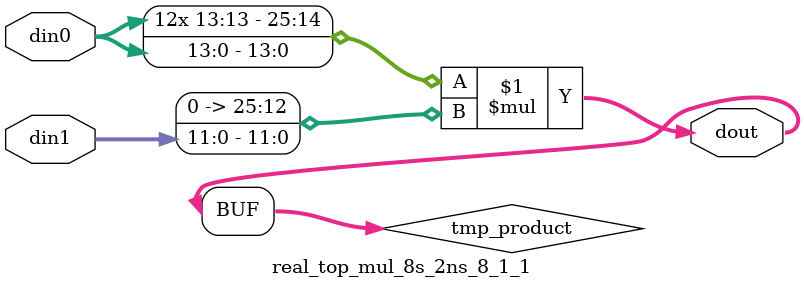
<source format=v>

`timescale 1 ns / 1 ps

 module real_top_mul_8s_2ns_8_1_1(din0, din1, dout);
parameter ID = 1;
parameter NUM_STAGE = 0;
parameter din0_WIDTH = 14;
parameter din1_WIDTH = 12;
parameter dout_WIDTH = 26;

input [din0_WIDTH - 1 : 0] din0; 
input [din1_WIDTH - 1 : 0] din1; 
output [dout_WIDTH - 1 : 0] dout;

wire signed [dout_WIDTH - 1 : 0] tmp_product;


























assign tmp_product = $signed(din0) * $signed({1'b0, din1});









assign dout = tmp_product;





















endmodule

</source>
